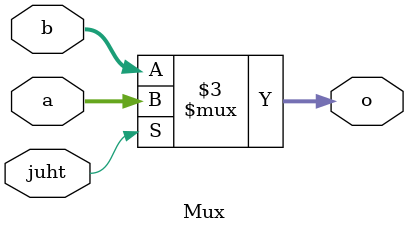
<source format=v>
/*multiplexer design
control signal is juht
it is chosen from 2 signals with length 8 bits
if control signal is 1 then input a is chosen 
if 0 then input b is chosen to the output o*/


module Mux(a, b, juht, o);
input [7:0] a, b; 
input juht;
output [7:0] o;

reg [7:0] o;

always @(a, b, juht)
begin
	if(juht) begin
		o=a;
	end
	else begin
		o=b;
	end
end
endmodule
</source>
